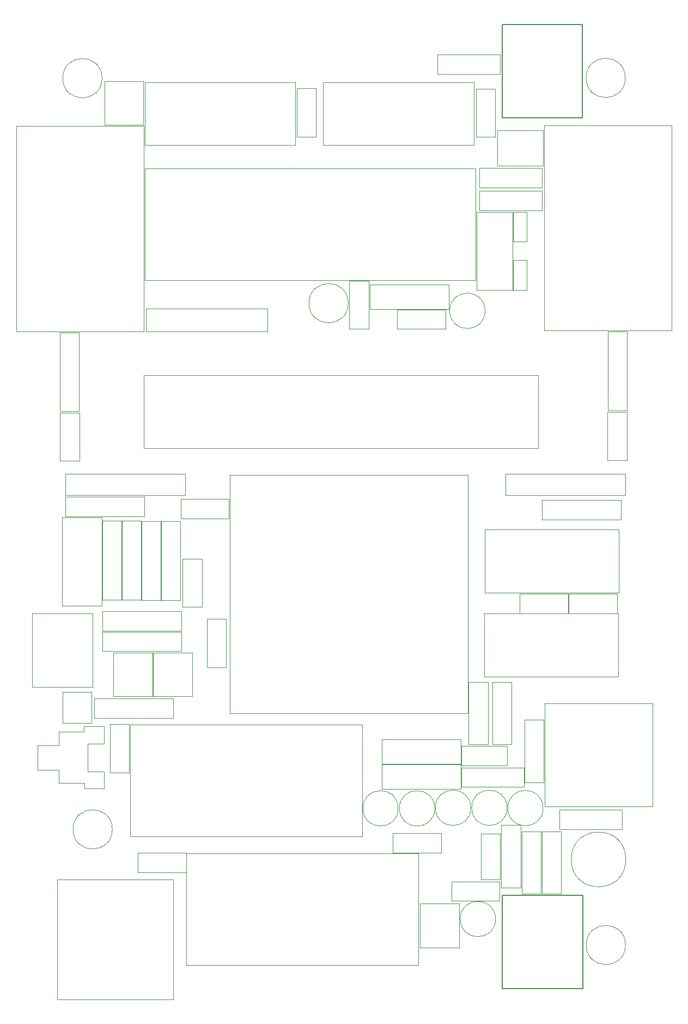
<source format=gbr>
%TF.GenerationSoftware,KiCad,Pcbnew,7.0.11-7.0.11~ubuntu22.04.1*%
%TF.CreationDate,2024-10-15T21:24:34-04:00*%
%TF.ProjectId,coleco_original,636f6c65-636f-45f6-9f72-6967696e616c,DEV*%
%TF.SameCoordinates,Original*%
%TF.FileFunction,Other,User*%
%FSLAX46Y46*%
G04 Gerber Fmt 4.6, Leading zero omitted, Abs format (unit mm)*
G04 Created by KiCad (PCBNEW 7.0.11-7.0.11~ubuntu22.04.1) date 2024-10-15 21:24:34*
%MOMM*%
%LPD*%
G01*
G04 APERTURE LIST*
%ADD10C,0.050000*%
%ADD11C,0.152400*%
%ADD12C,0.100000*%
G04 APERTURE END LIST*
D10*
%TO.C,U4*%
X88249000Y-187096600D02*
X124349000Y-187096600D01*
X124349000Y-187096600D02*
X124349000Y-169746600D01*
X88249000Y-169746600D02*
X88249000Y-187096600D01*
X124349000Y-169746600D02*
X88249000Y-169746600D01*
%TO.C,Y1*%
X138944000Y-70199000D02*
X133344000Y-70199000D01*
X133344000Y-70199000D02*
X133344000Y-82299000D01*
X138944000Y-82299000D02*
X138944000Y-70199000D01*
X133344000Y-82299000D02*
X138944000Y-82299000D01*
%TO.C,R6*%
X135837800Y-152877800D02*
X138837800Y-152877800D01*
X138837800Y-152877800D02*
X138837800Y-143157800D01*
X135837800Y-143157800D02*
X135837800Y-152877800D01*
X138837800Y-143157800D02*
X135837800Y-143157800D01*
%TO.C,C4*%
X131004600Y-153121800D02*
X131004600Y-156121800D01*
X131004600Y-156121800D02*
X138104600Y-156121800D01*
X138104600Y-153121800D02*
X131004600Y-153121800D01*
X138104600Y-156121800D02*
X138104600Y-153121800D01*
%TO.C,H6*%
X156491400Y-49364200D02*
G75*
G03*
X150391400Y-49364200I-3050000J0D01*
G01*
X150391400Y-49364200D02*
G75*
G03*
X156491400Y-49364200I3050000J0D01*
G01*
%TO.C,U6*%
X133172800Y-63401800D02*
X81822800Y-63401800D01*
X81822800Y-63401800D02*
X81822800Y-80751800D01*
X133172800Y-80751800D02*
X133172800Y-63401800D01*
X81822800Y-80751800D02*
X133172800Y-80751800D01*
%TO.C,J3*%
X81602200Y-56695800D02*
X81602200Y-49895800D01*
X81602200Y-49895800D02*
X75522200Y-49895800D01*
X75522200Y-56695800D02*
X81602200Y-56695800D01*
X75522200Y-49895800D02*
X75522200Y-56695800D01*
%TO.C,J5*%
X81671800Y-56871600D02*
X61871800Y-56871600D01*
X61871800Y-56871600D02*
X61871800Y-88771600D01*
X81671800Y-88771600D02*
X81671800Y-56871600D01*
X61871800Y-88771600D02*
X81671800Y-88771600D01*
%TO.C,R19*%
X71578600Y-88878000D02*
X68578600Y-88878000D01*
X68578600Y-88878000D02*
X68578600Y-101138000D01*
X71578600Y-101138000D02*
X71578600Y-88878000D01*
X68578600Y-101138000D02*
X71578600Y-101138000D01*
%TO.C,C3*%
X121190200Y-162794688D02*
G75*
G03*
X115690200Y-162794688I-2750000J0D01*
G01*
X115690200Y-162794688D02*
G75*
G03*
X121190200Y-162794688I2750000J0D01*
G01*
%TO.C,C28*%
X132467800Y-162704913D02*
G75*
G03*
X126967800Y-162704913I-2750000J0D01*
G01*
X126967800Y-162704913D02*
G75*
G03*
X132467800Y-162704913I2750000J0D01*
G01*
%TO.C,R14*%
X84352000Y-130449600D02*
X87352000Y-130449600D01*
X87352000Y-130449600D02*
X87352000Y-118189600D01*
X84352000Y-118189600D02*
X84352000Y-130449600D01*
X87352000Y-118189600D02*
X84352000Y-118189600D01*
%TO.C,R22*%
X86190800Y-148755800D02*
X86190800Y-145755800D01*
X86190800Y-145755800D02*
X73930800Y-145755800D01*
X73930800Y-148755800D02*
X86190800Y-148755800D01*
X73930800Y-145755800D02*
X73930800Y-148755800D01*
%TO.C,RN1*%
X69470800Y-110858600D02*
X69470800Y-114158600D01*
X69470800Y-114158600D02*
X88120800Y-114158600D01*
X88120800Y-110858600D02*
X69470800Y-110858600D01*
X88120800Y-114158600D02*
X88120800Y-110858600D01*
%TO.C,L3*%
X116780600Y-81449400D02*
X116780600Y-85249400D01*
X116780600Y-85249400D02*
X129040600Y-85249400D01*
X129040600Y-81449400D02*
X116780600Y-81449400D01*
X129040600Y-85249400D02*
X129040600Y-81449400D01*
%TO.C,C24*%
X136322688Y-179971000D02*
G75*
G03*
X130822688Y-179971000I-2750000J0D01*
G01*
X130822688Y-179971000D02*
G75*
G03*
X136322688Y-179971000I2750000J0D01*
G01*
%TO.C,H2*%
X76760800Y-166051800D02*
G75*
G03*
X70660800Y-166051800I-3050000J0D01*
G01*
X70660800Y-166051800D02*
G75*
G03*
X76760800Y-166051800I3050000J0D01*
G01*
%TO.C,R23*%
X140724600Y-159474600D02*
X140724600Y-156474600D01*
X140724600Y-156474600D02*
X131004600Y-156474600D01*
X131004600Y-159474600D02*
X140724600Y-159474600D01*
X131004600Y-156474600D02*
X131004600Y-159474600D01*
%TO.C,L1*%
X130920200Y-159773000D02*
X130920200Y-155973000D01*
X130920200Y-155973000D02*
X118660200Y-155973000D01*
X118660200Y-159773000D02*
X130920200Y-159773000D01*
X118660200Y-155973000D02*
X118660200Y-159773000D01*
%TO.C,U7*%
X109524200Y-59836800D02*
X132924200Y-59836800D01*
X132924200Y-59836800D02*
X132924200Y-50036800D01*
X109524200Y-50036800D02*
X109524200Y-59836800D01*
X132924200Y-50036800D02*
X109524200Y-50036800D01*
D11*
%TO.C,J8*%
X137337800Y-41079599D02*
X137337800Y-55582999D01*
X137337800Y-55582999D02*
X149834600Y-55582999D01*
X149834600Y-41079599D02*
X137337800Y-41079599D01*
X149834600Y-55582999D02*
X149834600Y-41079599D01*
D10*
%TO.C,J11*%
X82973800Y-145412600D02*
X82973800Y-138612600D01*
X82973800Y-138612600D02*
X76893800Y-138612600D01*
X76893800Y-145412600D02*
X82973800Y-145412600D01*
X76893800Y-138612600D02*
X76893800Y-145412600D01*
%TO.C,C10*%
X88245000Y-172733400D02*
X88245000Y-169733400D01*
X88245000Y-169733400D02*
X80745000Y-169733400D01*
X80745000Y-172733400D02*
X88245000Y-172733400D01*
X80745000Y-169733400D02*
X80745000Y-172733400D01*
%TO.C,C20*%
X71629400Y-101331000D02*
X68629400Y-101331000D01*
X68629400Y-101331000D02*
X68629400Y-108831000D01*
X71629400Y-108831000D02*
X71629400Y-101331000D01*
X68629400Y-108831000D02*
X71629400Y-108831000D01*
D12*
%TO.C,RV1*%
X160698800Y-146514800D02*
X160698800Y-162514800D01*
X143948800Y-146514800D02*
X160698800Y-146514800D01*
X160698800Y-162514800D02*
X143948800Y-162514800D01*
X143948800Y-162514800D02*
X143948800Y-146514800D01*
D11*
%TO.C,J9*%
X149889200Y-190810200D02*
X149889200Y-176306800D01*
X149889200Y-176306800D02*
X137392400Y-176306800D01*
X137392400Y-190810200D02*
X149889200Y-190810200D01*
X137392400Y-176306800D02*
X137392400Y-190810200D01*
D10*
%TO.C,R28*%
X143526800Y-114945600D02*
X143526800Y-117945600D01*
X143526800Y-117945600D02*
X155786800Y-117945600D01*
X155786800Y-114945600D02*
X143526800Y-114945600D01*
X155786800Y-117945600D02*
X155786800Y-114945600D01*
%TO.C,R10*%
X127296200Y-45781400D02*
X127296200Y-48781400D01*
X127296200Y-48781400D02*
X137016200Y-48781400D01*
X137016200Y-45781400D02*
X127296200Y-45781400D01*
X137016200Y-48781400D02*
X137016200Y-45781400D01*
%TO.C,R16*%
X78256000Y-130424200D02*
X81256000Y-130424200D01*
X81256000Y-130424200D02*
X81256000Y-118164200D01*
X78256000Y-118164200D02*
X78256000Y-130424200D01*
X81256000Y-118164200D02*
X78256000Y-118164200D01*
%TO.C,J6*%
X75134800Y-131372400D02*
X75134800Y-117622400D01*
X75134800Y-117622400D02*
X68984800Y-117622400D01*
X68984800Y-131372400D02*
X75134800Y-131372400D01*
X68984800Y-117622400D02*
X68984800Y-131372400D01*
%TO.C,R12*%
X143544000Y-69914200D02*
X143544000Y-66914200D01*
X143544000Y-66914200D02*
X133824000Y-66914200D01*
X133824000Y-69914200D02*
X143544000Y-69914200D01*
X133824000Y-66914200D02*
X133824000Y-69914200D01*
%TO.C,C8*%
X155184800Y-132499800D02*
X155184800Y-129499800D01*
X155184800Y-129499800D02*
X147684800Y-129499800D01*
X147684800Y-132499800D02*
X155184800Y-132499800D01*
X147684800Y-129499800D02*
X147684800Y-132499800D01*
%TO.C,R3*%
X81745800Y-117437600D02*
X81745800Y-114437600D01*
X81745800Y-114437600D02*
X69485800Y-114437600D01*
X69485800Y-117437600D02*
X81745800Y-117437600D01*
X69485800Y-114437600D02*
X69485800Y-117437600D01*
%TO.C,C7*%
X129473000Y-174153000D02*
X129473000Y-177153000D01*
X129473000Y-177153000D02*
X136973000Y-177153000D01*
X136973000Y-174153000D02*
X129473000Y-174153000D01*
X136973000Y-177153000D02*
X136973000Y-174153000D01*
%TO.C,C27*%
X138106600Y-162704913D02*
G75*
G03*
X132606600Y-162704913I-2750000J0D01*
G01*
X132606600Y-162704913D02*
G75*
G03*
X138106600Y-162704913I2750000J0D01*
G01*
%TO.C,R17*%
X75208000Y-130424200D02*
X78208000Y-130424200D01*
X78208000Y-130424200D02*
X78208000Y-118164200D01*
X75208000Y-118164200D02*
X75208000Y-130424200D01*
X78208000Y-118164200D02*
X75208000Y-118164200D01*
%TO.C,J7*%
X143882600Y-88610800D02*
X163682600Y-88610800D01*
X163682600Y-88610800D02*
X163682600Y-56710800D01*
X143882600Y-56710800D02*
X143882600Y-88610800D01*
X163682600Y-56710800D02*
X143882600Y-56710800D01*
%TO.C,U9*%
X94987200Y-111040900D02*
X94987200Y-148040900D01*
X94987200Y-148040900D02*
X131987200Y-148040900D01*
X131987200Y-111040900D02*
X94987200Y-111040900D01*
X131987200Y-148040900D02*
X131987200Y-111040900D01*
%TO.C,U11*%
X155423200Y-132516000D02*
X134573200Y-132516000D01*
X134573200Y-132516000D02*
X134573200Y-142316000D01*
X155423200Y-142316000D02*
X155423200Y-132516000D01*
X134573200Y-142316000D02*
X155423200Y-142316000D01*
%TO.C,C16*%
X141131000Y-77696600D02*
X139031000Y-77696600D01*
X139031000Y-77696600D02*
X139031000Y-82296600D01*
X141131000Y-82296600D02*
X141131000Y-77696600D01*
X139031000Y-82296600D02*
X141131000Y-82296600D01*
%TO.C,C18*%
X94464000Y-133382000D02*
X91464000Y-133382000D01*
X91464000Y-133382000D02*
X91464000Y-140882000D01*
X94464000Y-140882000D02*
X94464000Y-133382000D01*
X91464000Y-140882000D02*
X94464000Y-140882000D01*
%TO.C,D1*%
X69047800Y-149553800D02*
X73547800Y-149553800D01*
X73547800Y-149553800D02*
X73547800Y-144703800D01*
X69047800Y-144703800D02*
X69047800Y-149553800D01*
X73547800Y-144703800D02*
X69047800Y-144703800D01*
%TO.C,C15*%
X141181800Y-70203600D02*
X139081800Y-70203600D01*
X139081800Y-70203600D02*
X139081800Y-74803600D01*
X141181800Y-74803600D02*
X141181800Y-70203600D01*
X139081800Y-74803600D02*
X141181800Y-74803600D01*
%TO.C,R24*%
X146244600Y-163027800D02*
X146244600Y-166027800D01*
X146244600Y-166027800D02*
X155964600Y-166027800D01*
X155964600Y-163027800D02*
X146244600Y-163027800D01*
X155964600Y-166027800D02*
X155964600Y-163027800D01*
%TO.C,RN2*%
X156487600Y-114158600D02*
X156487600Y-110858600D01*
X156487600Y-110858600D02*
X137837600Y-110858600D01*
X137837600Y-114158600D02*
X156487600Y-114158600D01*
X137837600Y-110858600D02*
X137837600Y-114158600D01*
%TO.C,C14*%
X133272400Y-58549800D02*
X136272400Y-58549800D01*
X136272400Y-58549800D02*
X136272400Y-51049800D01*
X133272400Y-51049800D02*
X133272400Y-58549800D01*
X136272400Y-51049800D02*
X133272400Y-51049800D01*
%TO.C,SW1*%
X72397000Y-159736400D02*
X72397000Y-158886400D01*
X75497000Y-159736400D02*
X72397000Y-159736400D01*
X72397000Y-158886400D02*
X68447000Y-158886400D01*
X72947000Y-157036400D02*
X72947000Y-152736400D01*
X75497000Y-157036400D02*
X75497000Y-159736400D01*
X75497000Y-157036400D02*
X72947000Y-157036400D01*
X65147000Y-156786400D02*
X68447000Y-156786400D01*
X68447000Y-156786400D02*
X68447000Y-158886400D01*
X65147000Y-152986400D02*
X65147000Y-156786400D01*
X68447000Y-152986400D02*
X65147000Y-152986400D01*
X72947000Y-152736400D02*
X75497000Y-152736400D01*
X75497000Y-152736400D02*
X75497000Y-150036400D01*
X68447000Y-150886400D02*
X68447000Y-152986400D01*
X72347000Y-150886400D02*
X68447000Y-150886400D01*
X72347000Y-150036400D02*
X72347000Y-150886400D01*
X75497000Y-150036400D02*
X72347000Y-150036400D01*
%TO.C,R27*%
X143543450Y-176082600D02*
X146543450Y-176082600D01*
X146543450Y-176082600D02*
X146543450Y-166362600D01*
X143543450Y-166362600D02*
X143543450Y-176082600D01*
X146543450Y-166362600D02*
X143543450Y-166362600D01*
%TO.C,C25*%
X127839800Y-169685400D02*
X127839800Y-166685400D01*
X127839800Y-166685400D02*
X120339800Y-166685400D01*
X120339800Y-169685400D02*
X127839800Y-169685400D01*
X120339800Y-166685400D02*
X120339800Y-169685400D01*
%TO.C,J2*%
X130675000Y-184387000D02*
X130675000Y-177587000D01*
X130675000Y-177587000D02*
X124595000Y-177587000D01*
X124595000Y-184387000D02*
X130675000Y-184387000D01*
X124595000Y-177587000D02*
X124595000Y-184387000D01*
%TO.C,H7*%
X113425700Y-84352700D02*
G75*
G03*
X107325700Y-84352700I-3050000J0D01*
G01*
X107325700Y-84352700D02*
G75*
G03*
X113425700Y-84352700I3050000J0D01*
G01*
%TO.C,L2*%
X130920200Y-155912200D02*
X130920200Y-152112200D01*
X130920200Y-152112200D02*
X118660200Y-152112200D01*
X118660200Y-155912200D02*
X130920200Y-155912200D01*
X118660200Y-152112200D02*
X118660200Y-155912200D01*
%TO.C,R5*%
X132154800Y-152877800D02*
X135154800Y-152877800D01*
X135154800Y-152877800D02*
X135154800Y-143157800D01*
X132154800Y-143157800D02*
X132154800Y-152877800D01*
X135154800Y-143157800D02*
X132154800Y-143157800D01*
%TO.C,U5*%
X79511400Y-167132200D02*
X115611400Y-167132200D01*
X115611400Y-167132200D02*
X115611400Y-149782200D01*
X79511400Y-149782200D02*
X79511400Y-167132200D01*
X115611400Y-149782200D02*
X79511400Y-149782200D01*
%TO.C,C19*%
X94899800Y-117767800D02*
X94899800Y-114767800D01*
X94899800Y-114767800D02*
X87399800Y-114767800D01*
X87399800Y-117767800D02*
X94899800Y-117767800D01*
X87399800Y-114767800D02*
X87399800Y-117767800D01*
%TO.C,H4*%
X75160600Y-49415000D02*
G75*
G03*
X69060600Y-49415000I-3050000J0D01*
G01*
X69060600Y-49415000D02*
G75*
G03*
X75160600Y-49415000I3050000J0D01*
G01*
%TO.C,R18*%
X156770200Y-88751000D02*
X153770200Y-88751000D01*
X153770200Y-88751000D02*
X153770200Y-101011000D01*
X156770200Y-101011000D02*
X156770200Y-88751000D01*
X153770200Y-101011000D02*
X156770200Y-101011000D01*
%TO.C,R1*%
X75200800Y-135392600D02*
X75200800Y-138392600D01*
X75200800Y-138392600D02*
X87460800Y-138392600D01*
X87460800Y-135392600D02*
X75200800Y-135392600D01*
X87460800Y-138392600D02*
X87460800Y-135392600D01*
%TO.C,H1*%
X156516800Y-184009600D02*
G75*
G03*
X150416800Y-184009600I-3050000J0D01*
G01*
X150416800Y-184009600D02*
G75*
G03*
X156516800Y-184009600I3050000J0D01*
G01*
%TO.C,R26*%
X143816200Y-149050600D02*
X140816200Y-149050600D01*
X140816200Y-149050600D02*
X140816200Y-158770600D01*
X143816200Y-158770600D02*
X143816200Y-149050600D01*
X140816200Y-158770600D02*
X143816200Y-158770600D01*
%TO.C,C6*%
X134041550Y-173807400D02*
X137041550Y-173807400D01*
X137041550Y-173807400D02*
X137041550Y-166707400D01*
X134041550Y-166707400D02*
X134041550Y-173807400D01*
X137041550Y-166707400D02*
X134041550Y-166707400D01*
%TO.C,R2*%
X75200800Y-132217600D02*
X75200800Y-135217600D01*
X75200800Y-135217600D02*
X87460800Y-135217600D01*
X87460800Y-132217600D02*
X75200800Y-132217600D01*
X87460800Y-135217600D02*
X87460800Y-132217600D01*
%TO.C,SW3*%
X73711800Y-132513400D02*
X73711800Y-143913400D01*
X64311800Y-132513400D02*
X73711800Y-132513400D01*
X73711800Y-143913400D02*
X64311800Y-143913400D01*
X64311800Y-143913400D02*
X64311800Y-132513400D01*
%TO.C,C12*%
X105408600Y-58499000D02*
X108408600Y-58499000D01*
X108408600Y-58499000D02*
X108408600Y-50999000D01*
X105408600Y-50999000D02*
X105408600Y-58499000D01*
X108408600Y-50999000D02*
X105408600Y-50999000D01*
%TO.C,R15*%
X81278600Y-130449600D02*
X84278600Y-130449600D01*
X84278600Y-130449600D02*
X84278600Y-118189600D01*
X81278600Y-118189600D02*
X81278600Y-130449600D01*
X84278600Y-118189600D02*
X81278600Y-118189600D01*
%TO.C,C11*%
X79401800Y-149728800D02*
X76401800Y-149728800D01*
X76401800Y-149728800D02*
X76401800Y-157228800D01*
X79401800Y-157228800D02*
X79401800Y-149728800D01*
X76401800Y-157228800D02*
X79401800Y-157228800D01*
%TO.C,C30*%
X134697087Y-85533800D02*
G75*
G03*
X129197087Y-85533800I-2750000J0D01*
G01*
X129197087Y-85533800D02*
G75*
G03*
X134697087Y-85533800I2750000J0D01*
G01*
%TO.C,J10*%
X89196800Y-145392600D02*
X89196800Y-138592600D01*
X89196800Y-138592600D02*
X83116800Y-138592600D01*
X83116800Y-145392600D02*
X89196800Y-145392600D01*
X83116800Y-138592600D02*
X83116800Y-145392600D01*
%TO.C,R25*%
X140208850Y-165397400D02*
X137208850Y-165397400D01*
X137208850Y-165397400D02*
X137208850Y-175117400D01*
X140208850Y-175117400D02*
X140208850Y-165397400D01*
X137208850Y-175117400D02*
X140208850Y-175117400D01*
%TO.C,C21*%
X156744800Y-101240200D02*
X153744800Y-101240200D01*
X153744800Y-101240200D02*
X153744800Y-108740200D01*
X156744800Y-108740200D02*
X156744800Y-101240200D01*
X153744800Y-108740200D02*
X156744800Y-108740200D01*
D12*
%TO.C,J4*%
X81638400Y-95491800D02*
X142948400Y-95491800D01*
X81638400Y-106841800D02*
X81638400Y-95491800D01*
X142948400Y-95491800D02*
X142948400Y-106841800D01*
X142948400Y-106841800D02*
X81638400Y-106841800D01*
D10*
%TO.C,C23*%
X147564800Y-132499800D02*
X147564800Y-129499800D01*
X147564800Y-129499800D02*
X140064800Y-129499800D01*
X140064800Y-132499800D02*
X147564800Y-132499800D01*
X140064800Y-129499800D02*
X140064800Y-132499800D01*
%TO.C,C29*%
X128540200Y-88354600D02*
X128540200Y-85354600D01*
X128540200Y-85354600D02*
X121040200Y-85354600D01*
X121040200Y-88354600D02*
X128540200Y-88354600D01*
X121040200Y-85354600D02*
X121040200Y-88354600D01*
D12*
%TO.C,SW2*%
X68223500Y-173801600D02*
X86208500Y-173801600D01*
X68223500Y-192439600D02*
X68223500Y-173801600D01*
X86208500Y-173801600D02*
X86208500Y-192439600D01*
X86208500Y-192439600D02*
X68223500Y-192439600D01*
D10*
%TO.C,U8*%
X81812800Y-59836800D02*
X105212800Y-59836800D01*
X105212800Y-59836800D02*
X105212800Y-50036800D01*
X81812800Y-50036800D02*
X81812800Y-59836800D01*
X105212800Y-50036800D02*
X81812800Y-50036800D01*
%TO.C,C5*%
X126879800Y-162794688D02*
G75*
G03*
X121379800Y-162794688I-2750000J0D01*
G01*
X121379800Y-162794688D02*
G75*
G03*
X126879800Y-162794688I2750000J0D01*
G01*
%TO.C,C1*%
X87704800Y-131534800D02*
X90704800Y-131534800D01*
X90704800Y-131534800D02*
X90704800Y-124034800D01*
X87704800Y-124034800D02*
X87704800Y-131534800D01*
X90704800Y-124034800D02*
X87704800Y-124034800D01*
%TO.C,Q1*%
X143681800Y-63040800D02*
X143681800Y-57480800D01*
X143681800Y-63040800D02*
X136581800Y-63040800D01*
X136581800Y-57480800D02*
X143681800Y-57480800D01*
X136581800Y-57480800D02*
X136581800Y-63040800D01*
%TO.C,C26*%
X143710600Y-162749800D02*
G75*
G03*
X138210600Y-162749800I-2750000J0D01*
G01*
X138210600Y-162749800D02*
G75*
G03*
X143710600Y-162749800I2750000J0D01*
G01*
%TO.C,R11*%
X133824000Y-63358200D02*
X133824000Y-66358200D01*
X133824000Y-66358200D02*
X143544000Y-66358200D01*
X143544000Y-63358200D02*
X133824000Y-63358200D01*
X143544000Y-66358200D02*
X143544000Y-63358200D01*
%TO.C,R4*%
X140376150Y-176082600D02*
X143376150Y-176082600D01*
X143376150Y-176082600D02*
X143376150Y-166362600D01*
X140376150Y-166362600D02*
X140376150Y-176082600D01*
X143376150Y-166362600D02*
X140376150Y-166362600D01*
%TO.C,J1*%
X81989600Y-88781600D02*
X100839600Y-88781600D01*
X100839600Y-88781600D02*
X100839600Y-85181600D01*
X81989600Y-85181600D02*
X81989600Y-88781600D01*
X100839600Y-85181600D02*
X81989600Y-85181600D01*
%TO.C,U2*%
X155474000Y-119495800D02*
X134624000Y-119495800D01*
X134624000Y-119495800D02*
X134624000Y-129295800D01*
X155474000Y-129295800D02*
X155474000Y-119495800D01*
X134624000Y-129295800D02*
X155474000Y-129295800D01*
%TO.C,C13*%
X116587400Y-80858600D02*
X113587400Y-80858600D01*
X113587400Y-80858600D02*
X113587400Y-88358600D01*
X116587400Y-88358600D02*
X116587400Y-80858600D01*
X113587400Y-88358600D02*
X116587400Y-88358600D01*
%TO.C,C2*%
X156573800Y-170721149D02*
G75*
G03*
X148073800Y-170721149I-4250000J0D01*
G01*
X148073800Y-170721149D02*
G75*
G03*
X156573800Y-170721149I4250000J0D01*
G01*
%TD*%
M02*

</source>
